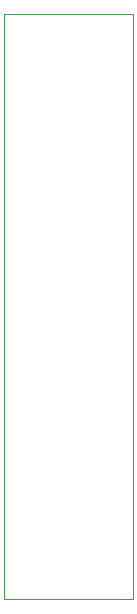
<source format=gbr>
%TF.GenerationSoftware,KiCad,Pcbnew,9.0.2*%
%TF.CreationDate,2025-07-09T13:19:50-04:00*%
%TF.ProjectId,JST Adapter Board,4a535420-4164-4617-9074-657220426f61,rev?*%
%TF.SameCoordinates,Original*%
%TF.FileFunction,Profile,NP*%
%FSLAX46Y46*%
G04 Gerber Fmt 4.6, Leading zero omitted, Abs format (unit mm)*
G04 Created by KiCad (PCBNEW 9.0.2) date 2025-07-09 13:19:50*
%MOMM*%
%LPD*%
G01*
G04 APERTURE LIST*
%TA.AperFunction,Profile*%
%ADD10C,0.050000*%
%TD*%
G04 APERTURE END LIST*
D10*
X83000000Y-52500000D02*
X94000000Y-52500000D01*
X94000000Y-102000000D01*
X83000000Y-102000000D01*
X83000000Y-52500000D01*
M02*

</source>
